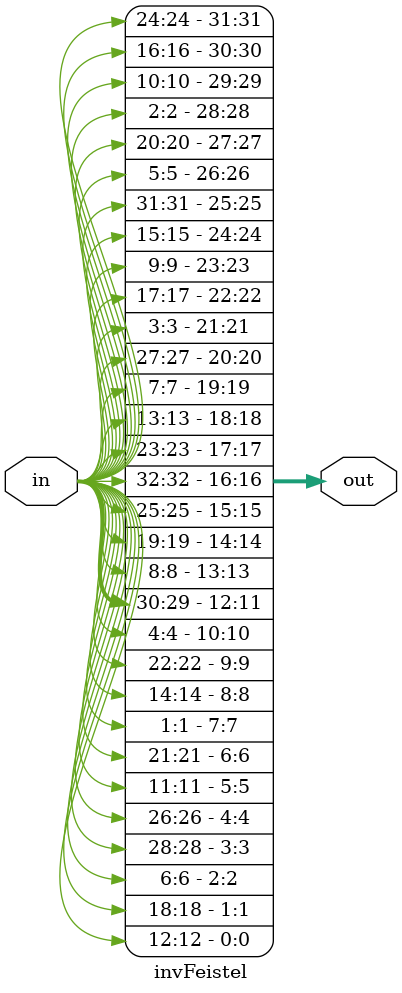
<source format=v>
`timescale 1ns / 1ps

module invFeistel(in,out);

input [32:1] in;
output [32:1] out;

wire [32:1] in;

assign out[32:1] = {
            in[33 - 9], in[33 -  17], in[33 - 23], in[33 - 31], in[33 - 13], in[33 - 28], in[33 - 2], in[33 - 18],
            in[33 -  24], in[33 - 16], in[33 - 30], in[33 - 6], in[33 -  26], in[33 - 20], in[33 - 10], in[33 - 1],
            in[33 -  8], in[33 -  14], in[33 - 25], in[33 - 3], in[33 - 4], in[33 - 29], in[33 - 11], in[33 -  19],
            in[33 - 32], in[33 - 12], in[33 - 22], in[33 -  7], in[33 - 5], in[33 - 27], in[33 -  15], in[33 - 21]};

endmodule

</source>
